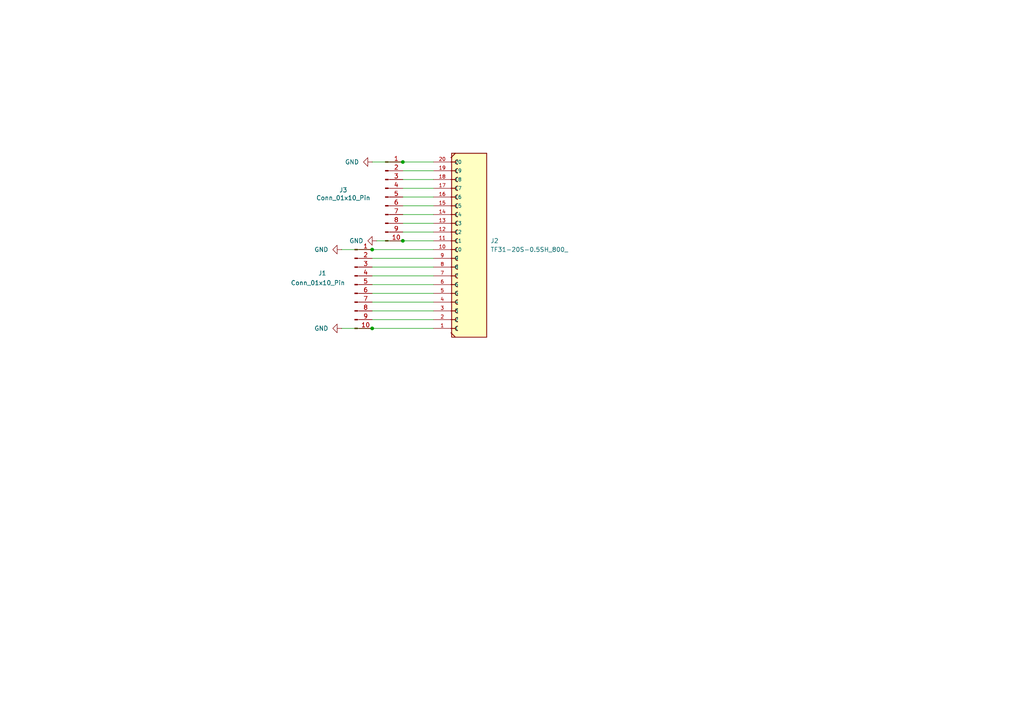
<source format=kicad_sch>
(kicad_sch
	(version 20250114)
	(generator "eeschema")
	(generator_version "9.0")
	(uuid "fc095cbb-4da7-428d-82ec-4fe5dee3964d")
	(paper "A4")
	(lib_symbols
		(symbol "Connector:Conn_01x10_Pin"
			(pin_names
				(offset 1.016)
				(hide yes)
			)
			(exclude_from_sim no)
			(in_bom yes)
			(on_board yes)
			(property "Reference" "J"
				(at 0 12.7 0)
				(effects
					(font
						(size 1.27 1.27)
					)
				)
			)
			(property "Value" "Conn_01x10_Pin"
				(at 0 -15.24 0)
				(effects
					(font
						(size 1.27 1.27)
					)
				)
			)
			(property "Footprint" ""
				(at 0 0 0)
				(effects
					(font
						(size 1.27 1.27)
					)
					(hide yes)
				)
			)
			(property "Datasheet" "~"
				(at 0 0 0)
				(effects
					(font
						(size 1.27 1.27)
					)
					(hide yes)
				)
			)
			(property "Description" "Generic connector, single row, 01x10, script generated"
				(at 0 0 0)
				(effects
					(font
						(size 1.27 1.27)
					)
					(hide yes)
				)
			)
			(property "ki_locked" ""
				(at 0 0 0)
				(effects
					(font
						(size 1.27 1.27)
					)
				)
			)
			(property "ki_keywords" "connector"
				(at 0 0 0)
				(effects
					(font
						(size 1.27 1.27)
					)
					(hide yes)
				)
			)
			(property "ki_fp_filters" "Connector*:*_1x??_*"
				(at 0 0 0)
				(effects
					(font
						(size 1.27 1.27)
					)
					(hide yes)
				)
			)
			(symbol "Conn_01x10_Pin_1_1"
				(rectangle
					(start 0.8636 10.287)
					(end 0 10.033)
					(stroke
						(width 0.1524)
						(type default)
					)
					(fill
						(type outline)
					)
				)
				(rectangle
					(start 0.8636 7.747)
					(end 0 7.493)
					(stroke
						(width 0.1524)
						(type default)
					)
					(fill
						(type outline)
					)
				)
				(rectangle
					(start 0.8636 5.207)
					(end 0 4.953)
					(stroke
						(width 0.1524)
						(type default)
					)
					(fill
						(type outline)
					)
				)
				(rectangle
					(start 0.8636 2.667)
					(end 0 2.413)
					(stroke
						(width 0.1524)
						(type default)
					)
					(fill
						(type outline)
					)
				)
				(rectangle
					(start 0.8636 0.127)
					(end 0 -0.127)
					(stroke
						(width 0.1524)
						(type default)
					)
					(fill
						(type outline)
					)
				)
				(rectangle
					(start 0.8636 -2.413)
					(end 0 -2.667)
					(stroke
						(width 0.1524)
						(type default)
					)
					(fill
						(type outline)
					)
				)
				(rectangle
					(start 0.8636 -4.953)
					(end 0 -5.207)
					(stroke
						(width 0.1524)
						(type default)
					)
					(fill
						(type outline)
					)
				)
				(rectangle
					(start 0.8636 -7.493)
					(end 0 -7.747)
					(stroke
						(width 0.1524)
						(type default)
					)
					(fill
						(type outline)
					)
				)
				(rectangle
					(start 0.8636 -10.033)
					(end 0 -10.287)
					(stroke
						(width 0.1524)
						(type default)
					)
					(fill
						(type outline)
					)
				)
				(rectangle
					(start 0.8636 -12.573)
					(end 0 -12.827)
					(stroke
						(width 0.1524)
						(type default)
					)
					(fill
						(type outline)
					)
				)
				(polyline
					(pts
						(xy 1.27 10.16) (xy 0.8636 10.16)
					)
					(stroke
						(width 0.1524)
						(type default)
					)
					(fill
						(type none)
					)
				)
				(polyline
					(pts
						(xy 1.27 7.62) (xy 0.8636 7.62)
					)
					(stroke
						(width 0.1524)
						(type default)
					)
					(fill
						(type none)
					)
				)
				(polyline
					(pts
						(xy 1.27 5.08) (xy 0.8636 5.08)
					)
					(stroke
						(width 0.1524)
						(type default)
					)
					(fill
						(type none)
					)
				)
				(polyline
					(pts
						(xy 1.27 2.54) (xy 0.8636 2.54)
					)
					(stroke
						(width 0.1524)
						(type default)
					)
					(fill
						(type none)
					)
				)
				(polyline
					(pts
						(xy 1.27 0) (xy 0.8636 0)
					)
					(stroke
						(width 0.1524)
						(type default)
					)
					(fill
						(type none)
					)
				)
				(polyline
					(pts
						(xy 1.27 -2.54) (xy 0.8636 -2.54)
					)
					(stroke
						(width 0.1524)
						(type default)
					)
					(fill
						(type none)
					)
				)
				(polyline
					(pts
						(xy 1.27 -5.08) (xy 0.8636 -5.08)
					)
					(stroke
						(width 0.1524)
						(type default)
					)
					(fill
						(type none)
					)
				)
				(polyline
					(pts
						(xy 1.27 -7.62) (xy 0.8636 -7.62)
					)
					(stroke
						(width 0.1524)
						(type default)
					)
					(fill
						(type none)
					)
				)
				(polyline
					(pts
						(xy 1.27 -10.16) (xy 0.8636 -10.16)
					)
					(stroke
						(width 0.1524)
						(type default)
					)
					(fill
						(type none)
					)
				)
				(polyline
					(pts
						(xy 1.27 -12.7) (xy 0.8636 -12.7)
					)
					(stroke
						(width 0.1524)
						(type default)
					)
					(fill
						(type none)
					)
				)
				(pin passive line
					(at 5.08 10.16 180)
					(length 3.81)
					(name "Pin_1"
						(effects
							(font
								(size 1.27 1.27)
							)
						)
					)
					(number "1"
						(effects
							(font
								(size 1.27 1.27)
							)
						)
					)
				)
				(pin passive line
					(at 5.08 7.62 180)
					(length 3.81)
					(name "Pin_2"
						(effects
							(font
								(size 1.27 1.27)
							)
						)
					)
					(number "2"
						(effects
							(font
								(size 1.27 1.27)
							)
						)
					)
				)
				(pin passive line
					(at 5.08 5.08 180)
					(length 3.81)
					(name "Pin_3"
						(effects
							(font
								(size 1.27 1.27)
							)
						)
					)
					(number "3"
						(effects
							(font
								(size 1.27 1.27)
							)
						)
					)
				)
				(pin passive line
					(at 5.08 2.54 180)
					(length 3.81)
					(name "Pin_4"
						(effects
							(font
								(size 1.27 1.27)
							)
						)
					)
					(number "4"
						(effects
							(font
								(size 1.27 1.27)
							)
						)
					)
				)
				(pin passive line
					(at 5.08 0 180)
					(length 3.81)
					(name "Pin_5"
						(effects
							(font
								(size 1.27 1.27)
							)
						)
					)
					(number "5"
						(effects
							(font
								(size 1.27 1.27)
							)
						)
					)
				)
				(pin passive line
					(at 5.08 -2.54 180)
					(length 3.81)
					(name "Pin_6"
						(effects
							(font
								(size 1.27 1.27)
							)
						)
					)
					(number "6"
						(effects
							(font
								(size 1.27 1.27)
							)
						)
					)
				)
				(pin passive line
					(at 5.08 -5.08 180)
					(length 3.81)
					(name "Pin_7"
						(effects
							(font
								(size 1.27 1.27)
							)
						)
					)
					(number "7"
						(effects
							(font
								(size 1.27 1.27)
							)
						)
					)
				)
				(pin passive line
					(at 5.08 -7.62 180)
					(length 3.81)
					(name "Pin_8"
						(effects
							(font
								(size 1.27 1.27)
							)
						)
					)
					(number "8"
						(effects
							(font
								(size 1.27 1.27)
							)
						)
					)
				)
				(pin passive line
					(at 5.08 -10.16 180)
					(length 3.81)
					(name "Pin_9"
						(effects
							(font
								(size 1.27 1.27)
							)
						)
					)
					(number "9"
						(effects
							(font
								(size 1.27 1.27)
							)
						)
					)
				)
				(pin passive line
					(at 5.08 -12.7 180)
					(length 3.81)
					(name "Pin_10"
						(effects
							(font
								(size 1.27 1.27)
							)
						)
					)
					(number "10"
						(effects
							(font
								(size 1.27 1.27)
							)
						)
					)
				)
			)
			(embedded_fonts no)
		)
		(symbol "TF31-20S-0.5SH_800_:TF31-20S-0.5SH_800_"
			(pin_names
				(offset 1.016)
			)
			(exclude_from_sim no)
			(in_bom yes)
			(on_board yes)
			(property "Reference" "J"
				(at -5.58 27.94 0)
				(effects
					(font
						(size 1.27 1.27)
					)
					(justify left bottom)
				)
			)
			(property "Value" "TF31-20S-0.5SH_800_"
				(at -5.08 -27.94 0)
				(effects
					(font
						(size 1.27 1.27)
					)
					(justify left bottom)
				)
			)
			(property "Footprint" "TF31-20S-0.5SH_800_:HRS_TF31-20S-0.5SH_800_"
				(at 0 0 0)
				(effects
					(font
						(size 1.27 1.27)
					)
					(justify bottom)
					(hide yes)
				)
			)
			(property "Datasheet" ""
				(at 0 0 0)
				(effects
					(font
						(size 1.27 1.27)
					)
					(hide yes)
				)
			)
			(property "Description" ""
				(at 0 0 0)
				(effects
					(font
						(size 1.27 1.27)
					)
					(hide yes)
				)
			)
			(property "MANUFACTURER" "HRS"
				(at 0 0 0)
				(effects
					(font
						(size 1.27 1.27)
					)
					(justify bottom)
					(hide yes)
				)
			)
			(symbol "TF31-20S-0.5SH_800__0_0"
				(rectangle
					(start -5.2784 -25.4)
					(end 4.8816 27.94)
					(stroke
						(width 0.254)
						(type default)
					)
					(fill
						(type background)
					)
				)
				(arc
					(start 3.175 26.035)
					(mid 3.8072 25.4)
					(end 3.175 24.765)
					(stroke
						(width 0.254)
						(type default)
					)
					(fill
						(type none)
					)
				)
				(arc
					(start 3.175 23.495)
					(mid 3.8072 22.86)
					(end 3.175 22.225)
					(stroke
						(width 0.254)
						(type default)
					)
					(fill
						(type none)
					)
				)
				(arc
					(start 3.175 20.955)
					(mid 3.8072 20.32)
					(end 3.175 19.685)
					(stroke
						(width 0.254)
						(type default)
					)
					(fill
						(type none)
					)
				)
				(arc
					(start 3.175 18.415)
					(mid 3.8072 17.78)
					(end 3.175 17.145)
					(stroke
						(width 0.254)
						(type default)
					)
					(fill
						(type none)
					)
				)
				(arc
					(start 3.175 15.875)
					(mid 3.8072 15.24)
					(end 3.175 14.605)
					(stroke
						(width 0.254)
						(type default)
					)
					(fill
						(type none)
					)
				)
				(arc
					(start 3.175 13.335)
					(mid 3.8072 12.7)
					(end 3.175 12.065)
					(stroke
						(width 0.254)
						(type default)
					)
					(fill
						(type none)
					)
				)
				(arc
					(start 3.175 10.795)
					(mid 3.8072 10.16)
					(end 3.175 9.525)
					(stroke
						(width 0.254)
						(type default)
					)
					(fill
						(type none)
					)
				)
				(arc
					(start 3.175 8.255)
					(mid 3.8072 7.62)
					(end 3.175 6.985)
					(stroke
						(width 0.254)
						(type default)
					)
					(fill
						(type none)
					)
				)
				(arc
					(start 3.175 5.715)
					(mid 3.8072 5.08)
					(end 3.175 4.445)
					(stroke
						(width 0.254)
						(type default)
					)
					(fill
						(type none)
					)
				)
				(arc
					(start 3.175 3.175)
					(mid 3.8072 2.54)
					(end 3.175 1.905)
					(stroke
						(width 0.254)
						(type default)
					)
					(fill
						(type none)
					)
				)
				(arc
					(start 3.175 0.635)
					(mid 3.8072 0)
					(end 3.175 -0.635)
					(stroke
						(width 0.254)
						(type default)
					)
					(fill
						(type none)
					)
				)
				(arc
					(start 3.175 -1.905)
					(mid 3.8072 -2.54)
					(end 3.175 -3.175)
					(stroke
						(width 0.254)
						(type default)
					)
					(fill
						(type none)
					)
				)
				(arc
					(start 3.175 -4.445)
					(mid 3.8072 -5.08)
					(end 3.175 -5.715)
					(stroke
						(width 0.254)
						(type default)
					)
					(fill
						(type none)
					)
				)
				(arc
					(start 3.175 -6.985)
					(mid 3.8072 -7.62)
					(end 3.175 -8.255)
					(stroke
						(width 0.254)
						(type default)
					)
					(fill
						(type none)
					)
				)
				(arc
					(start 3.175 -9.525)
					(mid 3.8072 -10.16)
					(end 3.175 -10.795)
					(stroke
						(width 0.254)
						(type default)
					)
					(fill
						(type none)
					)
				)
				(arc
					(start 3.175 -12.065)
					(mid 3.8072 -12.7)
					(end 3.175 -13.335)
					(stroke
						(width 0.254)
						(type default)
					)
					(fill
						(type none)
					)
				)
				(arc
					(start 3.175 -14.605)
					(mid 3.8072 -15.24)
					(end 3.175 -15.875)
					(stroke
						(width 0.254)
						(type default)
					)
					(fill
						(type none)
					)
				)
				(arc
					(start 3.175 -17.145)
					(mid 3.8072 -17.78)
					(end 3.175 -18.415)
					(stroke
						(width 0.254)
						(type default)
					)
					(fill
						(type none)
					)
				)
				(arc
					(start 3.175 -19.685)
					(mid 3.8072 -20.32)
					(end 3.175 -20.955)
					(stroke
						(width 0.254)
						(type default)
					)
					(fill
						(type none)
					)
				)
				(arc
					(start 3.175 -22.225)
					(mid 3.8072 -22.86)
					(end 3.175 -23.495)
					(stroke
						(width 0.254)
						(type default)
					)
					(fill
						(type none)
					)
				)
				(polyline
					(pts
						(xy 3.81 27.94) (xy 5.08 26.67)
					)
					(stroke
						(width 0.254)
						(type default)
					)
					(fill
						(type none)
					)
				)
				(polyline
					(pts
						(xy 5.08 25.4) (xy 3.81 25.4)
					)
					(stroke
						(width 0.254)
						(type default)
					)
					(fill
						(type none)
					)
				)
				(polyline
					(pts
						(xy 5.08 22.86) (xy 3.81 22.86)
					)
					(stroke
						(width 0.254)
						(type default)
					)
					(fill
						(type none)
					)
				)
				(polyline
					(pts
						(xy 5.08 20.32) (xy 3.81 20.32)
					)
					(stroke
						(width 0.254)
						(type default)
					)
					(fill
						(type none)
					)
				)
				(polyline
					(pts
						(xy 5.08 17.78) (xy 3.81 17.78)
					)
					(stroke
						(width 0.254)
						(type default)
					)
					(fill
						(type none)
					)
				)
				(polyline
					(pts
						(xy 5.08 15.24) (xy 3.81 15.24)
					)
					(stroke
						(width 0.254)
						(type default)
					)
					(fill
						(type none)
					)
				)
				(polyline
					(pts
						(xy 5.08 12.7) (xy 3.81 12.7)
					)
					(stroke
						(width 0.254)
						(type default)
					)
					(fill
						(type none)
					)
				)
				(polyline
					(pts
						(xy 5.08 10.16) (xy 3.81 10.16)
					)
					(stroke
						(width 0.254)
						(type default)
					)
					(fill
						(type none)
					)
				)
				(polyline
					(pts
						(xy 5.08 7.62) (xy 3.81 7.62)
					)
					(stroke
						(width 0.254)
						(type default)
					)
					(fill
						(type none)
					)
				)
				(polyline
					(pts
						(xy 5.08 5.08) (xy 3.81 5.08)
					)
					(stroke
						(width 0.254)
						(type default)
					)
					(fill
						(type none)
					)
				)
				(polyline
					(pts
						(xy 5.08 2.54) (xy 3.81 2.54)
					)
					(stroke
						(width 0.254)
						(type default)
					)
					(fill
						(type none)
					)
				)
				(polyline
					(pts
						(xy 5.08 0) (xy 3.81 0)
					)
					(stroke
						(width 0.254)
						(type default)
					)
					(fill
						(type none)
					)
				)
				(polyline
					(pts
						(xy 5.08 -2.54) (xy 3.81 -2.54)
					)
					(stroke
						(width 0.254)
						(type default)
					)
					(fill
						(type none)
					)
				)
				(polyline
					(pts
						(xy 5.08 -5.08) (xy 3.81 -5.08)
					)
					(stroke
						(width 0.254)
						(type default)
					)
					(fill
						(type none)
					)
				)
				(polyline
					(pts
						(xy 5.08 -7.62) (xy 3.81 -7.62)
					)
					(stroke
						(width 0.254)
						(type default)
					)
					(fill
						(type none)
					)
				)
				(polyline
					(pts
						(xy 5.08 -10.16) (xy 3.81 -10.16)
					)
					(stroke
						(width 0.254)
						(type default)
					)
					(fill
						(type none)
					)
				)
				(polyline
					(pts
						(xy 5.08 -12.7) (xy 3.81 -12.7)
					)
					(stroke
						(width 0.254)
						(type default)
					)
					(fill
						(type none)
					)
				)
				(polyline
					(pts
						(xy 5.08 -15.24) (xy 3.81 -15.24)
					)
					(stroke
						(width 0.254)
						(type default)
					)
					(fill
						(type none)
					)
				)
				(polyline
					(pts
						(xy 5.08 -17.78) (xy 3.81 -17.78)
					)
					(stroke
						(width 0.254)
						(type default)
					)
					(fill
						(type none)
					)
				)
				(polyline
					(pts
						(xy 5.08 -20.32) (xy 3.81 -20.32)
					)
					(stroke
						(width 0.254)
						(type default)
					)
					(fill
						(type none)
					)
				)
				(polyline
					(pts
						(xy 5.08 -22.86) (xy 3.81 -22.86)
					)
					(stroke
						(width 0.254)
						(type default)
					)
					(fill
						(type none)
					)
				)
				(polyline
					(pts
						(xy 5.08 -24.13) (xy 3.81 -25.4)
					)
					(stroke
						(width 0.254)
						(type default)
					)
					(fill
						(type none)
					)
				)
				(pin passive line
					(at 10.16 25.4 180)
					(length 5.08)
					(name "1"
						(effects
							(font
								(size 1.016 1.016)
							)
						)
					)
					(number "1"
						(effects
							(font
								(size 1.016 1.016)
							)
						)
					)
				)
				(pin passive line
					(at 10.16 22.86 180)
					(length 5.08)
					(name "2"
						(effects
							(font
								(size 1.016 1.016)
							)
						)
					)
					(number "2"
						(effects
							(font
								(size 1.016 1.016)
							)
						)
					)
				)
				(pin passive line
					(at 10.16 20.32 180)
					(length 5.08)
					(name "3"
						(effects
							(font
								(size 1.016 1.016)
							)
						)
					)
					(number "3"
						(effects
							(font
								(size 1.016 1.016)
							)
						)
					)
				)
				(pin passive line
					(at 10.16 17.78 180)
					(length 5.08)
					(name "4"
						(effects
							(font
								(size 1.016 1.016)
							)
						)
					)
					(number "4"
						(effects
							(font
								(size 1.016 1.016)
							)
						)
					)
				)
				(pin passive line
					(at 10.16 15.24 180)
					(length 5.08)
					(name "5"
						(effects
							(font
								(size 1.016 1.016)
							)
						)
					)
					(number "5"
						(effects
							(font
								(size 1.016 1.016)
							)
						)
					)
				)
				(pin passive line
					(at 10.16 12.7 180)
					(length 5.08)
					(name "6"
						(effects
							(font
								(size 1.016 1.016)
							)
						)
					)
					(number "6"
						(effects
							(font
								(size 1.016 1.016)
							)
						)
					)
				)
				(pin passive line
					(at 10.16 10.16 180)
					(length 5.08)
					(name "7"
						(effects
							(font
								(size 1.016 1.016)
							)
						)
					)
					(number "7"
						(effects
							(font
								(size 1.016 1.016)
							)
						)
					)
				)
				(pin passive line
					(at 10.16 7.62 180)
					(length 5.08)
					(name "8"
						(effects
							(font
								(size 1.016 1.016)
							)
						)
					)
					(number "8"
						(effects
							(font
								(size 1.016 1.016)
							)
						)
					)
				)
				(pin passive line
					(at 10.16 5.08 180)
					(length 5.08)
					(name "9"
						(effects
							(font
								(size 1.016 1.016)
							)
						)
					)
					(number "9"
						(effects
							(font
								(size 1.016 1.016)
							)
						)
					)
				)
				(pin passive line
					(at 10.16 2.54 180)
					(length 5.08)
					(name "10"
						(effects
							(font
								(size 1.016 1.016)
							)
						)
					)
					(number "10"
						(effects
							(font
								(size 1.016 1.016)
							)
						)
					)
				)
				(pin passive line
					(at 10.16 0 180)
					(length 5.08)
					(name "11"
						(effects
							(font
								(size 1.016 1.016)
							)
						)
					)
					(number "11"
						(effects
							(font
								(size 1.016 1.016)
							)
						)
					)
				)
				(pin passive line
					(at 10.16 -2.54 180)
					(length 5.08)
					(name "12"
						(effects
							(font
								(size 1.016 1.016)
							)
						)
					)
					(number "12"
						(effects
							(font
								(size 1.016 1.016)
							)
						)
					)
				)
				(pin passive line
					(at 10.16 -5.08 180)
					(length 5.08)
					(name "13"
						(effects
							(font
								(size 1.016 1.016)
							)
						)
					)
					(number "13"
						(effects
							(font
								(size 1.016 1.016)
							)
						)
					)
				)
				(pin passive line
					(at 10.16 -7.62 180)
					(length 5.08)
					(name "14"
						(effects
							(font
								(size 1.016 1.016)
							)
						)
					)
					(number "14"
						(effects
							(font
								(size 1.016 1.016)
							)
						)
					)
				)
				(pin passive line
					(at 10.16 -10.16 180)
					(length 5.08)
					(name "15"
						(effects
							(font
								(size 1.016 1.016)
							)
						)
					)
					(number "15"
						(effects
							(font
								(size 1.016 1.016)
							)
						)
					)
				)
				(pin passive line
					(at 10.16 -12.7 180)
					(length 5.08)
					(name "16"
						(effects
							(font
								(size 1.016 1.016)
							)
						)
					)
					(number "16"
						(effects
							(font
								(size 1.016 1.016)
							)
						)
					)
				)
				(pin passive line
					(at 10.16 -15.24 180)
					(length 5.08)
					(name "17"
						(effects
							(font
								(size 1.016 1.016)
							)
						)
					)
					(number "17"
						(effects
							(font
								(size 1.016 1.016)
							)
						)
					)
				)
				(pin passive line
					(at 10.16 -17.78 180)
					(length 5.08)
					(name "18"
						(effects
							(font
								(size 1.016 1.016)
							)
						)
					)
					(number "18"
						(effects
							(font
								(size 1.016 1.016)
							)
						)
					)
				)
				(pin passive line
					(at 10.16 -20.32 180)
					(length 5.08)
					(name "19"
						(effects
							(font
								(size 1.016 1.016)
							)
						)
					)
					(number "19"
						(effects
							(font
								(size 1.016 1.016)
							)
						)
					)
				)
				(pin passive line
					(at 10.16 -22.86 180)
					(length 5.08)
					(name "20"
						(effects
							(font
								(size 1.016 1.016)
							)
						)
					)
					(number "20"
						(effects
							(font
								(size 1.016 1.016)
							)
						)
					)
				)
			)
			(embedded_fonts no)
		)
		(symbol "power:GND"
			(power)
			(pin_numbers
				(hide yes)
			)
			(pin_names
				(offset 0)
				(hide yes)
			)
			(exclude_from_sim no)
			(in_bom yes)
			(on_board yes)
			(property "Reference" "#PWR"
				(at 0 -6.35 0)
				(effects
					(font
						(size 1.27 1.27)
					)
					(hide yes)
				)
			)
			(property "Value" "GND"
				(at 0 -3.81 0)
				(effects
					(font
						(size 1.27 1.27)
					)
				)
			)
			(property "Footprint" ""
				(at 0 0 0)
				(effects
					(font
						(size 1.27 1.27)
					)
					(hide yes)
				)
			)
			(property "Datasheet" ""
				(at 0 0 0)
				(effects
					(font
						(size 1.27 1.27)
					)
					(hide yes)
				)
			)
			(property "Description" "Power symbol creates a global label with name \"GND\" , ground"
				(at 0 0 0)
				(effects
					(font
						(size 1.27 1.27)
					)
					(hide yes)
				)
			)
			(property "ki_keywords" "global power"
				(at 0 0 0)
				(effects
					(font
						(size 1.27 1.27)
					)
					(hide yes)
				)
			)
			(symbol "GND_0_1"
				(polyline
					(pts
						(xy 0 0) (xy 0 -1.27) (xy 1.27 -1.27) (xy 0 -2.54) (xy -1.27 -1.27) (xy 0 -1.27)
					)
					(stroke
						(width 0)
						(type default)
					)
					(fill
						(type none)
					)
				)
			)
			(symbol "GND_1_1"
				(pin power_in line
					(at 0 0 270)
					(length 0)
					(name "~"
						(effects
							(font
								(size 1.27 1.27)
							)
						)
					)
					(number "1"
						(effects
							(font
								(size 1.27 1.27)
							)
						)
					)
				)
			)
			(embedded_fonts no)
		)
	)
	(junction
		(at 116.84 46.99)
		(diameter 0)
		(color 0 0 0 0)
		(uuid "08bddb36-099f-48da-83b8-b7421362e1ba")
	)
	(junction
		(at 116.84 69.85)
		(diameter 0)
		(color 0 0 0 0)
		(uuid "433421ee-2ba5-4bfa-b728-01910c0b216c")
	)
	(junction
		(at 107.95 95.25)
		(diameter 0)
		(color 0 0 0 0)
		(uuid "6eff82d1-ff25-439f-9e13-a19731a61667")
	)
	(junction
		(at 107.95 72.39)
		(diameter 0)
		(color 0 0 0 0)
		(uuid "aa2636be-cc18-49fe-91c9-915305a2612a")
	)
	(wire
		(pts
			(xy 107.95 95.25) (xy 125.73 95.25)
		)
		(stroke
			(width 0)
			(type default)
		)
		(uuid "05aa5c0c-15d8-4af4-8ddc-6010bffa87fc")
	)
	(wire
		(pts
			(xy 116.84 67.31) (xy 125.73 67.31)
		)
		(stroke
			(width 0)
			(type default)
		)
		(uuid "060d37f1-9bb8-4cd8-8443-6c2c208d245e")
	)
	(wire
		(pts
			(xy 107.95 90.17) (xy 125.73 90.17)
		)
		(stroke
			(width 0)
			(type default)
		)
		(uuid "1406cacf-b793-420c-92bd-bd478dce04f8")
	)
	(wire
		(pts
			(xy 116.84 46.99) (xy 125.73 46.99)
		)
		(stroke
			(width 0)
			(type default)
		)
		(uuid "16921265-ca22-487d-8f85-4fc2282190b1")
	)
	(wire
		(pts
			(xy 99.06 72.39) (xy 107.95 72.39)
		)
		(stroke
			(width 0)
			(type default)
		)
		(uuid "1acda4df-1632-4b3f-994a-c1e2876d3a08")
	)
	(wire
		(pts
			(xy 116.84 62.23) (xy 125.73 62.23)
		)
		(stroke
			(width 0)
			(type default)
		)
		(uuid "2931b1c2-f0b9-4b99-bd34-f8a4de9b58dd")
	)
	(wire
		(pts
			(xy 116.84 59.69) (xy 125.73 59.69)
		)
		(stroke
			(width 0)
			(type default)
		)
		(uuid "2eebce8d-cfd8-43c0-8790-501117586c79")
	)
	(wire
		(pts
			(xy 107.95 74.93) (xy 125.73 74.93)
		)
		(stroke
			(width 0)
			(type default)
		)
		(uuid "3ac21b13-3113-4708-964a-3d71d3e9c145")
	)
	(wire
		(pts
			(xy 107.95 77.47) (xy 125.73 77.47)
		)
		(stroke
			(width 0)
			(type default)
		)
		(uuid "3fb34777-bd00-46d2-9959-94a09551582d")
	)
	(wire
		(pts
			(xy 109.22 69.85) (xy 116.84 69.85)
		)
		(stroke
			(width 0)
			(type default)
		)
		(uuid "465a5f98-8f2a-41f8-8ea4-13c348298e65")
	)
	(wire
		(pts
			(xy 107.95 92.71) (xy 125.73 92.71)
		)
		(stroke
			(width 0)
			(type default)
		)
		(uuid "4c76740b-3244-4d2f-ad96-ce233a1e5b3e")
	)
	(wire
		(pts
			(xy 107.95 80.01) (xy 125.73 80.01)
		)
		(stroke
			(width 0)
			(type default)
		)
		(uuid "63b5d13b-3452-46d4-b1cd-5ade26449d13")
	)
	(wire
		(pts
			(xy 107.95 82.55) (xy 125.73 82.55)
		)
		(stroke
			(width 0)
			(type default)
		)
		(uuid "6dca3a4f-3936-487f-921b-528109d46f2e")
	)
	(wire
		(pts
			(xy 116.84 52.07) (xy 125.73 52.07)
		)
		(stroke
			(width 0)
			(type default)
		)
		(uuid "a16c2831-70ca-43b8-822e-671b5f83c9ad")
	)
	(wire
		(pts
			(xy 99.06 95.25) (xy 107.95 95.25)
		)
		(stroke
			(width 0)
			(type default)
		)
		(uuid "ae753c72-a830-483a-a1c7-cb170255db1e")
	)
	(wire
		(pts
			(xy 116.84 57.15) (xy 125.73 57.15)
		)
		(stroke
			(width 0)
			(type default)
		)
		(uuid "af3afa0b-ab2b-4146-ae6a-a945e5784f20")
	)
	(wire
		(pts
			(xy 107.95 46.99) (xy 116.84 46.99)
		)
		(stroke
			(width 0)
			(type default)
		)
		(uuid "c1bf4967-f97e-4ed0-be52-a3765d60a19a")
	)
	(wire
		(pts
			(xy 116.84 49.53) (xy 125.73 49.53)
		)
		(stroke
			(width 0)
			(type default)
		)
		(uuid "c442e053-6ba6-43cd-80c1-11efce6daa17")
	)
	(wire
		(pts
			(xy 116.84 64.77) (xy 125.73 64.77)
		)
		(stroke
			(width 0)
			(type default)
		)
		(uuid "c634d4e5-735a-40d4-9b44-66cf964d9ccd")
	)
	(wire
		(pts
			(xy 116.84 54.61) (xy 125.73 54.61)
		)
		(stroke
			(width 0)
			(type default)
		)
		(uuid "c9ae3c1a-26df-4514-bfbe-1353d76ac464")
	)
	(wire
		(pts
			(xy 107.95 85.09) (xy 125.73 85.09)
		)
		(stroke
			(width 0)
			(type default)
		)
		(uuid "ce795256-2ee6-423f-93c5-61b925fcd565")
	)
	(wire
		(pts
			(xy 116.84 69.85) (xy 125.73 69.85)
		)
		(stroke
			(width 0)
			(type default)
		)
		(uuid "d2608596-a058-407d-ac86-fa747c08069f")
	)
	(wire
		(pts
			(xy 107.95 72.39) (xy 125.73 72.39)
		)
		(stroke
			(width 0)
			(type default)
		)
		(uuid "e0993d2d-fe09-4ba0-84c1-2dcbd7c7b929")
	)
	(wire
		(pts
			(xy 107.95 87.63) (xy 125.73 87.63)
		)
		(stroke
			(width 0)
			(type default)
		)
		(uuid "f04e65c4-6d0e-417d-b351-2b06594de84f")
	)
	(symbol
		(lib_id "Connector:Conn_01x10_Pin")
		(at 102.87 82.55 0)
		(unit 1)
		(exclude_from_sim no)
		(in_bom yes)
		(on_board yes)
		(dnp no)
		(uuid "50e0310d-2bd8-4f3f-93d6-66289e088471")
		(property "Reference" "J1"
			(at 93.472 79.248 0)
			(effects
				(font
					(size 1.27 1.27)
				)
			)
		)
		(property "Value" "Conn_01x10_Pin"
			(at 92.202 82.042 0)
			(effects
				(font
					(size 1.27 1.27)
				)
			)
		)
		(property "Footprint" "Custom_pads:Pads 1x10"
			(at 102.87 82.55 0)
			(effects
				(font
					(size 1.27 1.27)
				)
				(hide yes)
			)
		)
		(property "Datasheet" "~"
			(at 102.87 82.55 0)
			(effects
				(font
					(size 1.27 1.27)
				)
				(hide yes)
			)
		)
		(property "Description" "Generic connector, single row, 01x10, script generated"
			(at 102.87 82.55 0)
			(effects
				(font
					(size 1.27 1.27)
				)
				(hide yes)
			)
		)
		(pin "3"
			(uuid "f87b4dc9-7b4c-40ae-9f68-b05191a7c173")
		)
		(pin "1"
			(uuid "129dc1c0-ad3d-4fe5-96e5-733b037fbb87")
		)
		(pin "2"
			(uuid "0d9b8b46-6bac-4612-bd72-f405f41be1ab")
		)
		(pin "4"
			(uuid "2c43db5a-2cf5-436e-b5bd-e92651c5b664")
		)
		(pin "6"
			(uuid "fd212f96-cf30-4029-b1d4-a5e1e2861907")
		)
		(pin "7"
			(uuid "80996e34-dbf3-458b-b78a-0a77782fb3e7")
		)
		(pin "9"
			(uuid "45676b42-bce0-4527-9994-29a5336f64ed")
		)
		(pin "8"
			(uuid "256e1db5-936f-4c45-885f-c633fbbe1fef")
		)
		(pin "10"
			(uuid "1ea55185-b109-47d7-aa12-f5b971243bab")
		)
		(pin "5"
			(uuid "f9cf0274-2807-4f87-ab75-f6f6334e07d5")
		)
		(instances
			(project ""
				(path "/fc095cbb-4da7-428d-82ec-4fe5dee3964d"
					(reference "J1")
					(unit 1)
				)
			)
		)
	)
	(symbol
		(lib_id "power:GND")
		(at 99.06 95.25 270)
		(unit 1)
		(exclude_from_sim no)
		(in_bom yes)
		(on_board yes)
		(dnp no)
		(fields_autoplaced yes)
		(uuid "5936a4d4-e54f-4f21-9786-ab5a6780f0e2")
		(property "Reference" "#PWR01"
			(at 92.71 95.25 0)
			(effects
				(font
					(size 1.27 1.27)
				)
				(hide yes)
			)
		)
		(property "Value" "GND"
			(at 95.25 95.2499 90)
			(effects
				(font
					(size 1.27 1.27)
				)
				(justify right)
			)
		)
		(property "Footprint" ""
			(at 99.06 95.25 0)
			(effects
				(font
					(size 1.27 1.27)
				)
				(hide yes)
			)
		)
		(property "Datasheet" ""
			(at 99.06 95.25 0)
			(effects
				(font
					(size 1.27 1.27)
				)
				(hide yes)
			)
		)
		(property "Description" "Power symbol creates a global label with name \"GND\" , ground"
			(at 99.06 95.25 0)
			(effects
				(font
					(size 1.27 1.27)
				)
				(hide yes)
			)
		)
		(pin "1"
			(uuid "ea11897e-8318-40e6-9710-51b4e196721d")
		)
		(instances
			(project ""
				(path "/fc095cbb-4da7-428d-82ec-4fe5dee3964d"
					(reference "#PWR01")
					(unit 1)
				)
			)
		)
	)
	(symbol
		(lib_id "power:GND")
		(at 99.06 72.39 270)
		(unit 1)
		(exclude_from_sim no)
		(in_bom yes)
		(on_board yes)
		(dnp no)
		(fields_autoplaced yes)
		(uuid "6265a8e8-205b-4add-88c4-cbc281f89a16")
		(property "Reference" "#PWR04"
			(at 92.71 72.39 0)
			(effects
				(font
					(size 1.27 1.27)
				)
				(hide yes)
			)
		)
		(property "Value" "GND"
			(at 95.25 72.3899 90)
			(effects
				(font
					(size 1.27 1.27)
				)
				(justify right)
			)
		)
		(property "Footprint" ""
			(at 99.06 72.39 0)
			(effects
				(font
					(size 1.27 1.27)
				)
				(hide yes)
			)
		)
		(property "Datasheet" ""
			(at 99.06 72.39 0)
			(effects
				(font
					(size 1.27 1.27)
				)
				(hide yes)
			)
		)
		(property "Description" "Power symbol creates a global label with name \"GND\" , ground"
			(at 99.06 72.39 0)
			(effects
				(font
					(size 1.27 1.27)
				)
				(hide yes)
			)
		)
		(pin "1"
			(uuid "f13b5bd9-f116-4277-a960-cb347ae44124")
		)
		(instances
			(project ""
				(path "/fc095cbb-4da7-428d-82ec-4fe5dee3964d"
					(reference "#PWR04")
					(unit 1)
				)
			)
		)
	)
	(symbol
		(lib_id "power:GND")
		(at 107.95 46.99 270)
		(unit 1)
		(exclude_from_sim no)
		(in_bom yes)
		(on_board yes)
		(dnp no)
		(fields_autoplaced yes)
		(uuid "970ef767-b7d6-44e5-bd28-3a7a5105aaa3")
		(property "Reference" "#PWR03"
			(at 101.6 46.99 0)
			(effects
				(font
					(size 1.27 1.27)
				)
				(hide yes)
			)
		)
		(property "Value" "GND"
			(at 104.14 46.9899 90)
			(effects
				(font
					(size 1.27 1.27)
				)
				(justify right)
			)
		)
		(property "Footprint" ""
			(at 107.95 46.99 0)
			(effects
				(font
					(size 1.27 1.27)
				)
				(hide yes)
			)
		)
		(property "Datasheet" ""
			(at 107.95 46.99 0)
			(effects
				(font
					(size 1.27 1.27)
				)
				(hide yes)
			)
		)
		(property "Description" "Power symbol creates a global label with name \"GND\" , ground"
			(at 107.95 46.99 0)
			(effects
				(font
					(size 1.27 1.27)
				)
				(hide yes)
			)
		)
		(pin "1"
			(uuid "1fe665ec-9943-4700-a664-7b6bd799bae0")
		)
		(instances
			(project ""
				(path "/fc095cbb-4da7-428d-82ec-4fe5dee3964d"
					(reference "#PWR03")
					(unit 1)
				)
			)
		)
	)
	(symbol
		(lib_id "power:GND")
		(at 109.22 69.85 270)
		(unit 1)
		(exclude_from_sim no)
		(in_bom yes)
		(on_board yes)
		(dnp no)
		(fields_autoplaced yes)
		(uuid "bac7b1ee-fa59-4152-9b7f-547b6f376b90")
		(property "Reference" "#PWR02"
			(at 102.87 69.85 0)
			(effects
				(font
					(size 1.27 1.27)
				)
				(hide yes)
			)
		)
		(property "Value" "GND"
			(at 105.41 69.8499 90)
			(effects
				(font
					(size 1.27 1.27)
				)
				(justify right)
			)
		)
		(property "Footprint" ""
			(at 109.22 69.85 0)
			(effects
				(font
					(size 1.27 1.27)
				)
				(hide yes)
			)
		)
		(property "Datasheet" ""
			(at 109.22 69.85 0)
			(effects
				(font
					(size 1.27 1.27)
				)
				(hide yes)
			)
		)
		(property "Description" "Power symbol creates a global label with name \"GND\" , ground"
			(at 109.22 69.85 0)
			(effects
				(font
					(size 1.27 1.27)
				)
				(hide yes)
			)
		)
		(pin "1"
			(uuid "c792a7e3-8c74-444f-bccd-a1782caed603")
		)
		(instances
			(project ""
				(path "/fc095cbb-4da7-428d-82ec-4fe5dee3964d"
					(reference "#PWR02")
					(unit 1)
				)
			)
		)
	)
	(symbol
		(lib_id "Connector:Conn_01x10_Pin")
		(at 111.76 57.15 0)
		(unit 1)
		(exclude_from_sim no)
		(in_bom yes)
		(on_board yes)
		(dnp no)
		(uuid "ddd23768-683a-4bc9-802d-14c3c48afaa7")
		(property "Reference" "J3"
			(at 99.568 55.118 0)
			(effects
				(font
					(size 1.27 1.27)
				)
			)
		)
		(property "Value" "Conn_01x10_Pin"
			(at 99.568 57.404 0)
			(effects
				(font
					(size 1.27 1.27)
				)
			)
		)
		(property "Footprint" "Custom_pads:Pads 1x10"
			(at 111.76 57.15 0)
			(effects
				(font
					(size 1.27 1.27)
				)
				(hide yes)
			)
		)
		(property "Datasheet" "~"
			(at 111.76 57.15 0)
			(effects
				(font
					(size 1.27 1.27)
				)
				(hide yes)
			)
		)
		(property "Description" "Generic connector, single row, 01x10, script generated"
			(at 111.76 57.15 0)
			(effects
				(font
					(size 1.27 1.27)
				)
				(hide yes)
			)
		)
		(pin "4"
			(uuid "868fc2c7-55b9-4c9c-b448-91120186f7d9")
		)
		(pin "7"
			(uuid "c79c7227-5558-4831-9520-2478fc9e7629")
		)
		(pin "1"
			(uuid "bdba40e2-7f1b-4a42-87d8-bd4d1cf01f5c")
		)
		(pin "6"
			(uuid "9b1ba9cd-8b66-4c7f-a594-db639a72beaa")
		)
		(pin "8"
			(uuid "492837e1-d750-4051-a653-9335e42ad3d0")
		)
		(pin "10"
			(uuid "56dbeb36-aff2-48a8-8547-8e0c6f43994b")
		)
		(pin "5"
			(uuid "0622c3d3-243e-4c29-b474-a7404f4fdf1c")
		)
		(pin "9"
			(uuid "f369e65d-93ae-402d-995d-34eb8a5fe795")
		)
		(pin "2"
			(uuid "5e307af4-0e4d-4f8c-ae54-bd8c6a1467ff")
		)
		(pin "3"
			(uuid "d573a64b-0d0f-4337-9e97-9e96eeb07a4c")
		)
		(instances
			(project ""
				(path "/fc095cbb-4da7-428d-82ec-4fe5dee3964d"
					(reference "J3")
					(unit 1)
				)
			)
		)
	)
	(symbol
		(lib_id "TF31-20S-0.5SH_800_:TF31-20S-0.5SH_800_")
		(at 135.89 69.85 180)
		(unit 1)
		(exclude_from_sim no)
		(in_bom yes)
		(on_board yes)
		(dnp no)
		(fields_autoplaced yes)
		(uuid "ff929a35-5912-44ec-b66f-bf3c9b8a7e48")
		(property "Reference" "J2"
			(at 142.24 69.8499 0)
			(effects
				(font
					(size 1.27 1.27)
				)
				(justify right)
			)
		)
		(property "Value" "TF31-20S-0.5SH_800_"
			(at 142.24 72.3899 0)
			(effects
				(font
					(size 1.27 1.27)
				)
				(justify right)
			)
		)
		(property "Footprint" "Custom_pads:HRS_TF31-20S-0.5SH_800_"
			(at 135.89 69.85 0)
			(effects
				(font
					(size 1.27 1.27)
				)
				(justify bottom)
				(hide yes)
			)
		)
		(property "Datasheet" ""
			(at 135.89 69.85 0)
			(effects
				(font
					(size 1.27 1.27)
				)
				(hide yes)
			)
		)
		(property "Description" ""
			(at 135.89 69.85 0)
			(effects
				(font
					(size 1.27 1.27)
				)
				(hide yes)
			)
		)
		(property "MANUFACTURER" "HRS"
			(at 135.89 69.85 0)
			(effects
				(font
					(size 1.27 1.27)
				)
				(justify bottom)
				(hide yes)
			)
		)
		(pin "17"
			(uuid "242502b1-4334-407e-8b90-ad13baa64e47")
		)
		(pin "20"
			(uuid "27d6e290-c743-45d0-a8da-230ed71bcaa4")
		)
		(pin "14"
			(uuid "4a0eb8b9-c225-4dee-b4e4-ce7b5410658a")
		)
		(pin "12"
			(uuid "04cbb8cc-8e51-4588-b3c3-256142738ead")
		)
		(pin "4"
			(uuid "cb8f1f85-deaf-4929-83bb-cf897f60625a")
		)
		(pin "10"
			(uuid "2019dba8-65b2-4582-96c7-a8b69f37d090")
		)
		(pin "8"
			(uuid "281a3b54-9c9f-468a-8f8d-cc84fc579581")
		)
		(pin "1"
			(uuid "e5346851-4432-4608-92e9-ce46005b920b")
		)
		(pin "15"
			(uuid "ada55632-b14e-41e5-a8a5-eb45936d9dcc")
		)
		(pin "6"
			(uuid "f17e3804-a809-4aec-b726-24833a621d9f")
		)
		(pin "16"
			(uuid "fff1c1a7-c93c-4b68-94ad-b5f4ab0cc12f")
		)
		(pin "2"
			(uuid "f1933025-99b7-4b96-af5e-b40324fd1c80")
		)
		(pin "18"
			(uuid "064e1560-f975-469a-b395-84a1483e4e01")
		)
		(pin "3"
			(uuid "5d5e928f-af78-4f0b-9fcd-c898e17bd289")
		)
		(pin "7"
			(uuid "6fffefb4-aee1-4799-9c38-7817f77fe9ed")
		)
		(pin "13"
			(uuid "2fa8457d-3245-4a98-bc15-e4e1cd515378")
		)
		(pin "5"
			(uuid "e2c847b5-16bc-4c2b-aee1-a2d0001f60f2")
		)
		(pin "9"
			(uuid "fc2c6262-b1d9-4d38-8433-48051354b8a0")
		)
		(pin "11"
			(uuid "a1ef294e-0262-452f-a9c5-ef21028388a3")
		)
		(pin "19"
			(uuid "4c1e6432-0dda-4122-9bb9-a280a11d5269")
		)
		(instances
			(project ""
				(path "/fc095cbb-4da7-428d-82ec-4fe5dee3964d"
					(reference "J2")
					(unit 1)
				)
			)
		)
	)
	(sheet_instances
		(path "/"
			(page "1")
		)
	)
	(embedded_fonts no)
)

</source>
